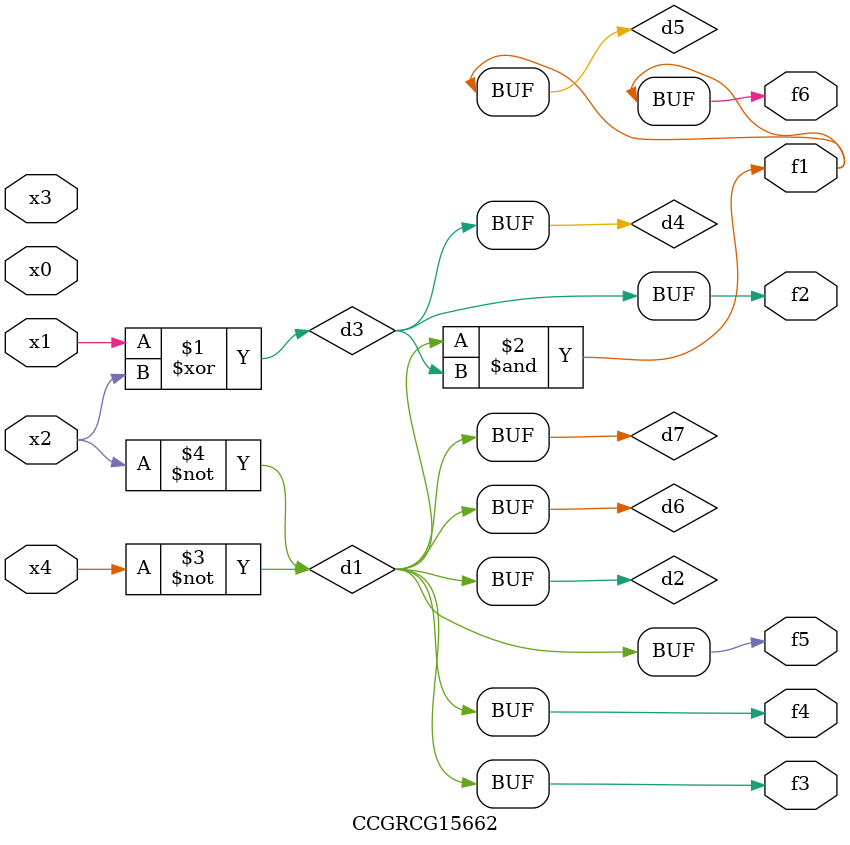
<source format=v>
module CCGRCG15662(
	input x0, x1, x2, x3, x4,
	output f1, f2, f3, f4, f5, f6
);

	wire d1, d2, d3, d4, d5, d6, d7;

	not (d1, x4);
	not (d2, x2);
	xor (d3, x1, x2);
	buf (d4, d3);
	and (d5, d1, d3);
	buf (d6, d1, d2);
	buf (d7, d2);
	assign f1 = d5;
	assign f2 = d4;
	assign f3 = d7;
	assign f4 = d7;
	assign f5 = d7;
	assign f6 = d5;
endmodule

</source>
